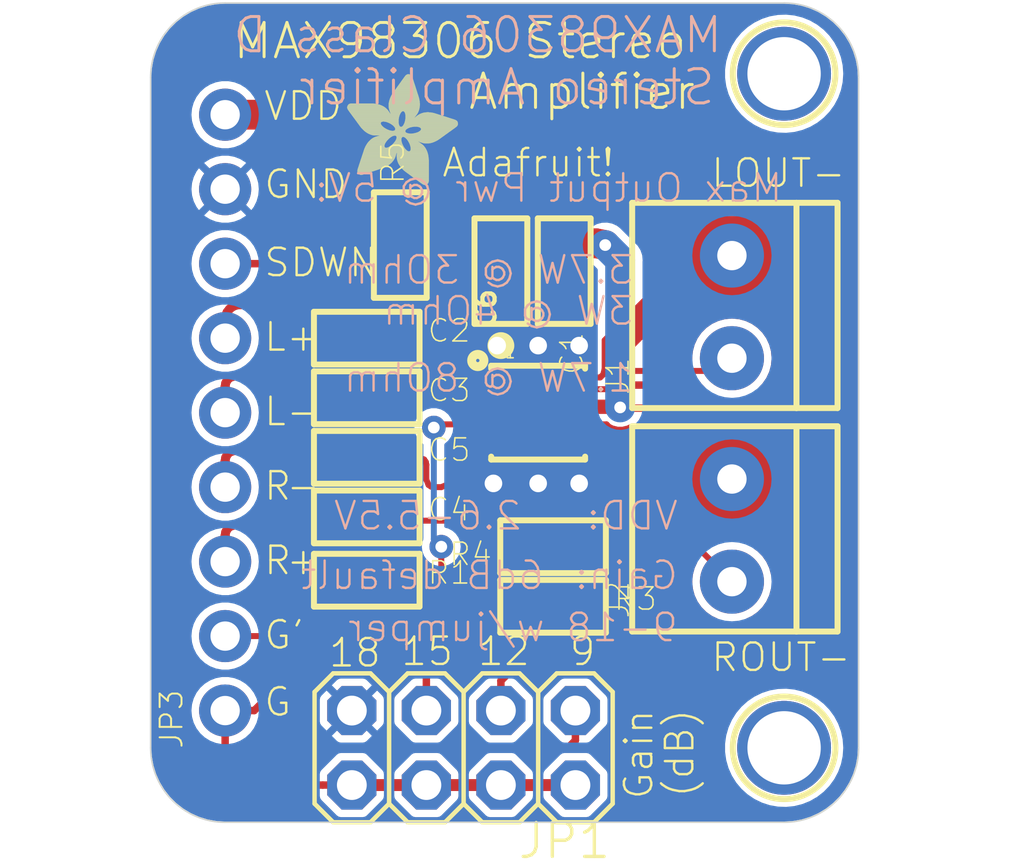
<source format=kicad_pcb>
(kicad_pcb (version 20221018) (generator pcbnew)
  (layers (0 "F.Cu" signal) (31 "B.Cu" signal) (34 "B.Paste" user) (35 "F.Paste" user) (36 "B.SilkS" user "B.Silkscreen") (37 "F.SilkS" user "F.Silkscreen") (38 "B.Mask" user) (39 "F.Mask" user) (44 "Edge.Cuts" user))
  (net 0 "")
  (net 1 "VDD")
  (net 2 "GND")
  (net 3 "GAIN2")
  (net 4 "GAIN1")
  (net 5 "N$1")
  (net 6 "N$3")
  (net 7 "N$2")
  (net 8 "N$4")
  (net 9 "N$5")
  (net 10 "N$6")
  (net 11 "IN_LEFT+")
  (net 12 "IN_LEFT-")
  (net 13 "IN_RIGHT+")
  (net 14 "IN_RIGHT-")
  (net 15 "SHUTDOWN")
  (net 16 "N$12")
  (net 17 "LOUT-")
  (net 18 "ROUT+")
  (net 19 "N$15")
  (footprint "working:MOUNTINGHOLE_2.5_PLATED" (layer "F.Cu") (at 158.0261 93.4466)
    (fp_text reference "U$7" hide)
    (fp_text value "MOUNTINGHOLE2.5" hide)
    (pad "P$1" thru_hole circle (at 0 0) (size 3.2 3.2) (drill 2.5) (layers "*.Cu" "*.Mask"))
    (zone (net 0) (net_name "") (layer "F.Cu") (connect_pads (clearance 0)) (min_thickness 0.25)
      (keepout (tracks not_allowed) (vias not_allowed) (pads not_allowed) (copperpour not_allowed) (footprints allowed))
      (fill (thermal_gap 0.5) (thermal_bridge_width 0.5))
      (polygon (pts (xy 160.0421 93.4466) (xy 160.02248 93.166027) (xy 159.964004 92.890915) (xy 159.867808 92.626619) (xy 159.735765 92.378283) (xy 159.570446 92.15074) (xy 159.375067 91.94842) (xy 159.153433 91.77526) (xy 158.909856 91.634631) (xy 158.649078 91.52927) (xy 158.376175 91.461228) (xy 158.096457 91.431828) (xy 157.815371 91.441644) (xy 157.538385 91.490484) (xy 157.270893 91.577397) (xy 157.0181 91.700693) (xy 156.784926 91.85797) (xy 156.575911 92.046169) (xy 156.395122 92.261625) (xy 156.246078 92.500145) (xy 156.13168 92.757087) (xy 156.054154 93.02745) (xy 156.015011 93.305971) (xy 156.015011 93.587229) (xy 156.054154 93.86575) (xy 156.13168 94.136113) (xy 156.246078 94.393055) (xy 156.395122 94.631575) (xy 156.575911 94.847031) (xy 156.784926 95.03523) (xy 157.0181 95.192507) (xy 157.270893 95.315803) (xy 157.538385 95.402716) (xy 157.815371 95.451556) (xy 158.096457 95.461372) (xy 158.376175 95.431972) (xy 158.649078 95.36393) (xy 158.909856 95.258569) (xy 159.153433 95.11794) (xy 159.375067 94.94478) (xy 159.570446 94.74246) (xy 159.735765 94.514917) (xy 159.867808 94.266581) (xy 159.964004 94.002285) (xy 160.02248 93.727173)))
      (polygon (pts (xy 158.0101 93.4466) (xy 158.014786 93.457914) (xy 158.0261 93.4626) (xy 158.037414 93.457914) (xy 158.0421 93.4466) (xy 158.037414 93.435286) (xy 158.0261 93.4306) (xy 158.014786 93.435286)))
    )
    (zone (net 0) (net_name "") (layer "B.Cu") (connect_pads (clearance 0)) (min_thickness 0.25)
      (keepout (tracks not_allowed) (vias not_allowed) (pads not_allowed) (copperpour not_allowed) (footprints allowed))
      (fill (thermal_gap 0.5) (thermal_bridge_width 0.5))
      (polygon (pts (xy 160.0421 93.4466) (xy 160.02248 93.166027) (xy 159.964004 92.890915) (xy 159.867808 92.626619) (xy 159.735765 92.378283) (xy 159.570446 92.15074) (xy 159.375067 91.94842) (xy 159.153433 91.77526) (xy 158.909856 91.634631) (xy 158.649078 91.52927) (xy 158.376175 91.461228) (xy 158.096457 91.431828) (xy 157.815371 91.441644) (xy 157.538385 91.490484) (xy 157.270893 91.577397) (xy 157.0181 91.700693) (xy 156.784926 91.85797) (xy 156.575911 92.046169) (xy 156.395122 92.261625) (xy 156.246078 92.500145) (xy 156.13168 92.757087) (xy 156.054154 93.02745) (xy 156.015011 93.305971) (xy 156.015011 93.587229) (xy 156.054154 93.86575) (xy 156.13168 94.136113) (xy 156.246078 94.393055) (xy 156.395122 94.631575) (xy 156.575911 94.847031) (xy 156.784926 95.03523) (xy 157.0181 95.192507) (xy 157.270893 95.315803) (xy 157.538385 95.402716) (xy 157.815371 95.451556) (xy 158.096457 95.461372) (xy 158.376175 95.431972) (xy 158.649078 95.36393) (xy 158.909856 95.258569) (xy 159.153433 95.11794) (xy 159.375067 94.94478) (xy 159.570446 94.74246) (xy 159.735765 94.514917) (xy 159.867808 94.266581) (xy 159.964004 94.002285) (xy 160.02248 93.727173)))
      (polygon (pts (xy 158.0101 93.4466) (xy 158.014786 93.457914) (xy 158.0261 93.4626) (xy 158.037414 93.457914) (xy 158.0421 93.4466) (xy 158.037414 93.435286) (xy 158.0261 93.4306) (xy 158.014786 93.435286)))
    )
  )
  (footprint "working:0805" (layer "F.Cu") (at 143.8021 104.4956)
    (fp_text reference "C3" (at 2.032 -0.254) (layer "F.SilkS") (effects (font (size 0.75948 0.75948) (thickness 0.05332)) (justify left)))
    (fp_text value "1µF")
    (pad "1" smd roundrect (at -0.95 0) (size 1.3 1.5) (layers "F.Cu" "F.Paste" "F.Mask") (roundrect_rratio 0.07815384615) (net 12 "IN_LEFT-"))
    (pad "2" smd roundrect (at 0.95 0) (size 1.3 1.5) (layers "F.Cu" "F.Paste" "F.Mask") (roundrect_rratio 0.07815384615) (net 8 "N$4"))
  )
  (footprint "working:2X04" (layer "F.Cu") (at 147.1041 116.4336 180)
    (fp_text reference "JP1" (at -5.08 -3.175) (layer "F.SilkS") (effects (font (size 1.1557 1.1557) (thickness 0.1143)) (justify right)))
    (fp_text value "")
    (pad "1" thru_hole roundrect (at -3.81 1.27 180) (size 1.6764 1.6764) (drill 1.016) (layers "*.Cu" "*.Mask") (chamfer_ratio 0.2928932188) (chamfer top_left top_right bottom_left bottom_right) (net 5 "N$1"))
    (pad "2" thru_hole roundrect (at -3.81 -1.27 180) (size 1.6764 1.6764) (drill 1.016) (layers "*.Cu" "*.Mask") (chamfer_ratio 0.2928932188) (chamfer top_left top_right bottom_left bottom_right) (net 4 "GAIN1"))
    (pad "3" thru_hole roundrect (at -1.27 1.27 180) (size 1.6764 1.6764) (drill 1.016) (layers "*.Cu" "*.Mask") (chamfer_ratio 0.2928932188) (chamfer top_left top_right bottom_left bottom_right) (net 1 "VDD"))
    (pad "4" thru_hole roundrect (at -1.27 -1.27 180) (size 1.6764 1.6764) (drill 1.016) (layers "*.Cu" "*.Mask") (chamfer_ratio 0.2928932188) (chamfer top_left top_right bottom_left bottom_right) (net 4 "GAIN1"))
    (pad "5" thru_hole roundrect (at 1.27 1.27 180) (size 1.6764 1.6764) (drill 1.016) (layers "*.Cu" "*.Mask") (chamfer_ratio 0.2928932188) (chamfer top_left top_right bottom_left bottom_right) (net 6 "N$3"))
    (pad "6" thru_hole roundrect (at 1.27 -1.27 180) (size 1.6764 1.6764) (drill 1.016) (layers "*.Cu" "*.Mask") (chamfer_ratio 0.2928932188) (chamfer top_left top_right bottom_left bottom_right) (net 4 "GAIN1"))
    (pad "7" thru_hole roundrect (at 3.81 1.27 180) (size 1.6764 1.6764) (drill 1.016) (layers "*.Cu" "*.Mask") (chamfer_ratio 0.2928932188) (chamfer top_left top_right bottom_left bottom_right) (net 2 "GND"))
    (pad "8" thru_hole roundrect (at 3.81 -1.27 180) (size 1.6764 1.6764) (drill 1.016) (layers "*.Cu" "*.Mask") (chamfer_ratio 0.2928932188) (chamfer top_left top_right bottom_left bottom_right) (net 4 "GAIN1"))
  )
  (footprint "working:0805" (layer "F.Cu") (at 143.8021 102.4636)
    (fp_text reference "C2" (at 2.032 -0.254) (layer "F.SilkS") (effects (font (size 0.75948 0.75948) (thickness 0.05332)) (justify left)))
    (fp_text value "1µF")
    (pad "1" smd roundrect (at -0.95 0) (size 1.3 1.5) (layers "F.Cu" "F.Paste" "F.Mask") (roundrect_rratio 0.07815384615) (net 11 "IN_LEFT+"))
    (pad "2" smd roundrect (at 0.95 0) (size 1.3 1.5) (layers "F.Cu" "F.Paste" "F.Mask") (roundrect_rratio 0.07815384615) (net 7 "N$2"))
  )
  (footprint "working:ADAFRUIT_3.5MM" (layer "F.Cu") (at 143.1163 97.2566)
    (fp_text reference "U$10" hide)
    (fp_text value "" hide)
  )
  (footprint "working:0805" (layer "F.Cu") (at 144.9451 99.2886 90)
    (fp_text reference "R5" (at 2.032 -0.254 90) (layer "F.SilkS") (effects (font (size 0.75948 0.75948) (thickness 0.05332)) (justify left)))
    (fp_text value "10K")
    (pad "1" smd roundrect (at -0.95 0 90) (size 1.3 1.5) (layers "F.Cu" "F.Paste" "F.Mask") (roundrect_rratio 0.07815384615) (net 15 "SHUTDOWN"))
    (pad "2" smd roundrect (at 0.95 0 90) (size 1.3 1.5) (layers "F.Cu" "F.Paste" "F.Mask") (roundrect_rratio 0.07815384615) (net 1 "VDD"))
  )
  (footprint "working:0805" (layer "F.Cu") (at 150.1521 109.5756 180)
    (fp_text reference "R4" (at 2.032 -0.254) (layer "F.SilkS") (effects (font (size 0.75948 0.75948) (thickness 0.05332)) (justify right)))
    (fp_text value "100K")
    (pad "1" smd roundrect (at -0.95 0 180) (size 1.3 1.5) (layers "F.Cu" "F.Paste" "F.Mask") (roundrect_rratio 0.07815384615) (net 2 "GND"))
    (pad "2" smd roundrect (at 0.95 0 180) (size 1.3 1.5) (layers "F.Cu" "F.Paste" "F.Mask") (roundrect_rratio 0.07815384615) (net 6 "N$3"))
  )
  (footprint "working:MOUNTINGHOLE_2.5_PLATED" (layer "F.Cu") (at 158.0261 116.4336)
    (fp_text reference "U$6" hide)
    (fp_text value "MOUNTINGHOLE2.5" hide)
    (pad "P$1" thru_hole circle (at 0 0) (size 3.2 3.2) (drill 2.5) (layers "*.Cu" "*.Mask"))
    (zone (net 0) (net_name "") (layer "F.Cu") (connect_pads (clearance 0)) (min_thickness 0.25)
      (keepout (tracks not_allowed) (vias not_allowed) (pads not_allowed) (copperpour not_allowed) (footprints allowed))
      (fill (thermal_gap 0.5) (thermal_bridge_width 0.5))
      (polygon (pts (xy 160.0421 116.4336) (xy 160.02248 116.153027) (xy 159.964004 115.877915) (xy 159.867808 115.613619) (xy 159.735765 115.365283) (xy 159.570446 115.13774) (xy 159.375067 114.93542) (xy 159.153433 114.76226) (xy 158.909856 114.621631) (xy 158.649078 114.51627) (xy 158.376175 114.448228) (xy 158.096457 114.418828) (xy 157.815371 114.428644) (xy 157.538385 114.477484) (xy 157.270893 114.564397) (xy 157.0181 114.687693) (xy 156.784926 114.84497) (xy 156.575911 115.033169) (xy 156.395122 115.248625) (xy 156.246078 115.487145) (xy 156.13168 115.744087) (xy 156.054154 116.01445) (xy 156.015011 116.292971) (xy 156.015011 116.574229) (xy 156.054154 116.85275) (xy 156.13168 117.123113) (xy 156.246078 117.380055) (xy 156.395122 117.618575) (xy 156.575911 117.834031) (xy 156.784926 118.02223) (xy 157.0181 118.179507) (xy 157.270893 118.302803) (xy 157.538385 118.389716) (xy 157.815371 118.438556) (xy 158.096457 118.448372) (xy 158.376175 118.418972) (xy 158.649078 118.35093) (xy 158.909856 118.245569) (xy 159.153433 118.10494) (xy 159.375067 117.93178) (xy 159.570446 117.72946) (xy 159.735765 117.501917) (xy 159.867808 117.253581) (xy 159.964004 116.989285) (xy 160.02248 116.714173)))
      (polygon (pts (xy 158.0101 116.4336) (xy 158.014786 116.444914) (xy 158.0261 116.4496) (xy 158.037414 116.444914) (xy 158.0421 116.4336) (xy 158.037414 116.422286) (xy 158.0261 116.4176) (xy 158.014786 116.422286)))
    )
    (zone (net 0) (net_name "") (layer "B.Cu") (connect_pads (clearance 0)) (min_thickness 0.25)
      (keepout (tracks not_allowed) (vias not_allowed) (pads not_allowed) (copperpour not_allowed) (footprints allowed))
      (fill (thermal_gap 0.5) (thermal_bridge_width 0.5))
      (polygon (pts (xy 160.0421 116.4336) (xy 160.02248 116.153027) (xy 159.964004 115.877915) (xy 159.867808 115.613619) (xy 159.735765 115.365283) (xy 159.570446 115.13774) (xy 159.375067 114.93542) (xy 159.153433 114.76226) (xy 158.909856 114.621631) (xy 158.649078 114.51627) (xy 158.376175 114.448228) (xy 158.096457 114.418828) (xy 157.815371 114.428644) (xy 157.538385 114.477484) (xy 157.270893 114.564397) (xy 157.0181 114.687693) (xy 156.784926 114.84497) (xy 156.575911 115.033169) (xy 156.395122 115.248625) (xy 156.246078 115.487145) (xy 156.13168 115.744087) (xy 156.054154 116.01445) (xy 156.015011 116.292971) (xy 156.015011 116.574229) (xy 156.054154 116.85275) (xy 156.13168 117.123113) (xy 156.246078 117.380055) (xy 156.395122 117.618575) (xy 156.575911 117.834031) (xy 156.784926 118.02223) (xy 157.0181 118.179507) (xy 157.270893 118.302803) (xy 157.538385 118.389716) (xy 157.815371 118.438556) (xy 158.096457 118.448372) (xy 158.376175 118.418972) (xy 158.649078 118.35093) (xy 158.909856 118.245569) (xy 159.153433 118.10494) (xy 159.375067 117.93178) (xy 159.570446 117.72946) (xy 159.735765 117.501917) (xy 159.867808 117.253581) (xy 159.964004 116.989285) (xy 160.02248 116.714173)))
      (polygon (pts (xy 158.0101 116.4336) (xy 158.014786 116.444914) (xy 158.0261 116.4496) (xy 158.037414 116.444914) (xy 158.0421 116.4336) (xy 158.037414 116.422286) (xy 158.0261 116.4176) (xy 158.014786 116.422286)))
    )
  )
  (footprint "working:FIDUCIAL_1MM" (layer "F.Cu") (at 153.4033 113.6904)
    (fp_text reference "FID2" hide)
    (fp_text value "FIDUCIAL\"\"" hide)
    (pad "1" smd roundrect (at 0 0) (size 1 1) (layers "F.Cu") (roundrect_rratio 0.5))
  )
  (footprint "working:TERMBLOCK_1X2-3.5MM" (layer "F.Cu") (at 156.2481 101.4476 90)
    (fp_text reference "J1" (at -3 -3.89 90) (layer "F.SilkS") (effects (font (size 0.75948 0.75948) (thickness 0.05332)) (justify left)))
    (fp_text value "OUTL" hide)
    (pad "1" thru_hole circle (at 1.8 0 90) (size 2.1844 2.1844) (drill 1) (layers "*.Cu" "*.Mask") (net 17 "LOUT-"))
    (pad "2" thru_hole circle (at -1.7 0 90) (size 2.1844 2.1844) (drill 1) (layers "*.Cu" "*.Mask") (net 16 "N$12"))
  )
  (footprint "working:0805" (layer "F.Cu") (at 148.3741 100.1776 -90)
    (fp_text reference "C6" (at 2.032 0.127 -90) (layer "F.SilkS") (effects (font (size 0.666496 0.666496) (thickness 0.146304)) (justify left bottom)))
    (fp_text value "10µF")
    (pad "1" smd roundrect (at -0.95 0 270) (size 1.3 1.5) (layers "F.Cu" "F.Paste" "F.Mask") (roundrect_rratio 0.07815384615) (net 1 "VDD"))
    (pad "2" smd roundrect (at 0.95 0 270) (size 1.3 1.5) (layers "F.Cu" "F.Paste" "F.Mask") (roundrect_rratio 0.07815384615) (net 2 "GND"))
  )
  (footprint "working:0805" (layer "F.Cu") (at 143.8021 108.5596)
    (fp_text reference "C4" (at 2.032 -0.254) (layer "F.SilkS") (effects (font (size 0.75948 0.75948) (thickness 0.05332)) (justify left)))
    (fp_text value "1µF")
    (pad "1" smd roundrect (at -0.95 0) (size 1.3 1.5) (layers "F.Cu" "F.Paste" "F.Mask") (roundrect_rratio 0.07815384615) (net 13 "IN_RIGHT+"))
    (pad "2" smd roundrect (at 0.95 0) (size 1.3 1.5) (layers "F.Cu" "F.Paste" "F.Mask") (roundrect_rratio 0.07815384615) (net 9 "N$5"))
  )
  (footprint "working:TDFN14_3X3MM" (layer "F.Cu") (at 149.6441 105.0036)
    (fp_text reference "U1" (at -1.524 -2.032) (layer "F.SilkS") (effects (font (size 0.35308 0.35308) (thickness 0.05332)) (justify left)))
    (fp_text value "MAX98306ETD+T")
    (pad "P$1" smd roundrect (at -1.475 -1.2) (size 0.7 0.2) (layers "F.Cu") (roundrect_rratio 0.5) (net 2 "GND"))
    (pad "P$2" smd roundrect (at -1.475 -0.8) (size 0.7 0.2) (layers "F.Cu") (roundrect_rratio 0.5) (net 15 "SHUTDOWN"))
    (pad "P$3" smd roundrect (at -1.475 -0.4) (size 0.7 0.2) (layers "F.Cu") (roundrect_rratio 0.5) (net 7 "N$2"))
    (pad "P$4" smd roundrect (at -1.475 0) (size 0.7 0.2) (layers "F.Cu") (roundrect_rratio 0.5) (net 8 "N$4"))
    (pad "P$5" smd roundrect (at -1.475 0.4) (size 0.7 0.2) (layers "F.Cu") (roundrect_rratio 0.5) (net 4 "GAIN1"))
    (pad "P$6" smd roundrect (at -1.475 0.8) (size 0.7 0.2) (layers "F.Cu") (roundrect_rratio 0.5) (net 10 "N$6"))
    (pad "P$7" smd roundrect (at -1.475 1.2) (size 0.7 0.2) (layers "F.Cu") (roundrect_rratio 0.5) (net 9 "N$5"))
    (pad "P$8" smd roundrect (at 1.475 1.2) (size 0.7 0.2) (layers "F.Cu") (roundrect_rratio 0.5) (net 2 "GND"))
    (pad "P$9" smd roundrect (at 1.475 0.8) (size 0.7 0.2) (layers "F.Cu") (roundrect_rratio 0.5) (net 19 "N$15"))
    (pad "P$10" smd roundrect (at 1.475 0.4) (size 0.7 0.2) (layers "F.Cu") (roundrect_rratio 0.5) (net 18 "ROUT+"))
    (pad "P$11" smd roundrect (at 1.475 0) (size 0.7 0.2) (layers "F.Cu") (roundrect_rratio 0.5) (net 1 "VDD"))
    (pad "P$12" smd roundrect (at 1.475 -0.4) (size 0.7 0.2) (layers "F.Cu") (roundrect_rratio 0.5) (net 1 "VDD"))
    (pad "P$13" smd roundrect (at 1.475 -0.8) (size 0.7 0.2) (layers "F.Cu") (roundrect_rratio 0.5) (net 16 "N$12"))
    (pad "P$14" smd roundrect (at 1.475 -1.2) (size 0.7 0.2) (layers "F.Cu") (roundrect_rratio 0.5) (net 17 "LOUT-"))
    (pad "P$THERMAL" smd roundrect (at 0 0) (size 1.27 2.35) (layers "F.Cu" "F.Mask") (roundrect_rratio 0.08) (net 2 "GND"))
  )
  (footprint "working:TERMBLOCK_1X2-3.5MM" (layer "F.Cu") (at 156.2481 109.0676 90)
    (fp_text reference "J2" (at -3 -3.89 90) (layer "F.SilkS") (effects (font (size 0.75948 0.75948) (thickness 0.05332)) (justify left)))
    (fp_text value "OUTR" hide)
    (pad "1" thru_hole circle (at 1.8 0 90) (size 2.1844 2.1844) (drill 1) (layers "*.Cu" "*.Mask") (net 18 "ROUT+"))
    (pad "2" thru_hole circle (at -1.7 0 90) (size 2.1844 2.1844) (drill 1) (layers "*.Cu" "*.Mask") (net 19 "N$15"))
  )
  (footprint "working:0805" (layer "F.Cu") (at 150.1521 111.6076)
    (fp_text reference "R3" (at 2.032 -0.254) (layer "F.SilkS") (effects (font (size 0.75948 0.75948) (thickness 0.05332)) (justify left)))
    (fp_text value "100K")
    (pad "1" smd roundrect (at -0.95 0) (size 1.3 1.5) (layers "F.Cu" "F.Paste" "F.Mask") (roundrect_rratio 0.07815384615) (net 5 "N$1"))
    (pad "2" smd roundrect (at 0.95 0) (size 1.3 1.5) (layers "F.Cu" "F.Paste" "F.Mask") (roundrect_rratio 0.07815384615) (net 1 "VDD"))
  )
  (footprint "working:FIDUCIAL_1MM" (layer "F.Cu") (at 138.0363 92.8116)
    (fp_text reference "FID1" hide)
    (fp_text value "FIDUCIAL\"\"" hide)
    (pad "1" smd roundrect (at 0 0) (size 1 1) (layers "F.Cu") (roundrect_rratio 0.5))
  )
  (footprint "working:1X09_ROUND_70" (layer "F.Cu") (at 138.9761 105.0036 90)
    (fp_text reference "JP3" (at -11.5062 -1.8288 90) (layer "F.SilkS") (effects (font (size 0.74615 0.74615) (thickness 0.06665)) (justify left)))
    (fp_text value "")
    (pad "1" thru_hole circle (at -10.16 0 180) (size 1.778 1.778) (drill 1) (layers "*.Cu" "*.Mask") (net 4 "GAIN1"))
    (pad "2" thru_hole circle (at -7.62 0 180) (size 1.778 1.778) (drill 1) (layers "*.Cu" "*.Mask") (net 3 "GAIN2"))
    (pad "3" thru_hole circle (at -5.08 0 180) (size 1.778 1.778) (drill 1) (layers "*.Cu" "*.Mask") (net 13 "IN_RIGHT+"))
    (pad "4" thru_hole circle (at -2.54 0 180) (size 1.778 1.778) (drill 1) (layers "*.Cu" "*.Mask") (net 14 "IN_RIGHT-"))
    (pad "5" thru_hole circle (at 0 0 180) (size 1.778 1.778) (drill 1) (layers "*.Cu" "*.Mask") (net 12 "IN_LEFT-"))
    (pad "6" thru_hole circle (at 2.54 0 180) (size 1.778 1.778) (drill 1) (layers "*.Cu" "*.Mask") (net 11 "IN_LEFT+"))
    (pad "7" thru_hole circle (at 5.08 0 180) (size 1.778 1.778) (drill 1) (layers "*.Cu" "*.Mask") (net 15 "SHUTDOWN"))
    (pad "8" thru_hole circle (at 7.62 0 180) (size 1.778 1.778) (drill 1) (layers "*.Cu" "*.Mask") (net 2 "GND"))
    (pad "9" thru_hole circle (at 10.16 0 180) (size 1.778 1.778) (drill 1) (layers "*.Cu" "*.Mask") (net 1 "VDD"))
  )
  (footprint "working:0805" (layer "F.Cu") (at 150.5331 100.1776 -90)
    (fp_text reference "C1" (at 2.032 -0.254 90) (layer "F.SilkS") (effects (font (size 0.75948 0.75948) (thickness 0.05332)) (justify right)))
    (fp_text value "0.1µF")
    (pad "1" smd roundrect (at -0.95 0 270) (size 1.3 1.5) (layers "F.Cu" "F.Paste" "F.Mask") (roundrect_rratio 0.07815384615) (net 1 "VDD"))
    (pad "2" smd roundrect (at 0.95 0 270) (size 1.3 1.5) (layers "F.Cu" "F.Paste" "F.Mask") (roundrect_rratio 0.07815384615) (net 2 "GND"))
  )
  (footprint "working:0805" (layer "F.Cu") (at 143.8021 106.5276)
    (fp_text reference "C5" (at 2.032 -0.254) (layer "F.SilkS") (effects (font (size 0.75948 0.75948) (thickness 0.05332)) (justify left)))
    (fp_text value "1µF")
    (pad "1" smd roundrect (at -0.95 0) (size 1.3 1.5) (layers "F.Cu" "F.Paste" "F.Mask") (roundrect_rratio 0.07815384615) (net 14 "IN_RIGHT-"))
    (pad "2" smd roundrect (at 0.95 0) (size 1.3 1.5) (layers "F.Cu" "F.Paste" "F.Mask") (roundrect_rratio 0.07815384615) (net 10 "N$6"))
  )
  (footprint "working:0805" (layer "F.Cu") (at 143.8021 110.7186)
    (fp_text reference "R1" (at 2.032 -0.254) (layer "F.SilkS") (effects (font (size 0.75948 0.75948) (thickness 0.05332)) (justify left)))
    (fp_text value "100K")
    (pad "1" smd roundrect (at -0.95 0) (size 1.3 1.5) (layers "F.Cu" "F.Paste" "F.Mask") (roundrect_rratio 0.07815384615) (net 3 "GAIN2"))
    (pad "2" smd roundrect (at 0.95 0) (size 1.3 1.5) (layers "F.Cu" "F.Paste" "F.Mask") (roundrect_rratio 0.07815384615) (net 4 "GAIN1"))
  )
  (gr_circle (center 148.3741 102.7176) (end 148.6281 102.7176) (stroke (width 0.4064)) (fill none) (layer "F.SilkS"))
  (gr_line (start 160.5661 93.5736) (end 160.5661 116.4336) (stroke (width 0.05)) (layer "Edge.Cuts"))
  (gr_arc (start 160.5661 116.4336) (mid 159.822151 118.229651) (end 158.0261 118.9736) (stroke (width 0.05)) (layer "Edge.Cuts"))
  (gr_line (start 158.0261 118.9736) (end 138.9761 118.9736) (stroke (width 0.05)) (layer "Edge.Cuts"))
  (gr_line (start 138.9761 91.0336) (end 158.0261 91.0336) (stroke (width 0.05)) (layer "Edge.Cuts"))
  (gr_arc (start 138.9761 118.9736) (mid 137.180049 118.229651) (end 136.4361 116.4336) (stroke (width 0.05)) (layer "Edge.Cuts"))
  (gr_arc (start 136.4361 93.5736) (mid 137.180049 91.777549) (end 138.9761 91.0336) (stroke (width 0.05)) (layer "Edge.Cuts"))
  (gr_line (start 136.4361 116.4336) (end 136.4361 93.5736) (stroke (width 0.05)) (layer "Edge.Cuts"))
  (gr_arc (start 158.0261 91.0336) (mid 159.822151 91.777549) (end 160.5661 93.5736) (stroke (width 0.05)) (layer "Edge.Cuts"))
  (gr_text "1.7W @ 8Ohm" (at 152.9461 104.3686) (layer "B.SilkS") (effects (font (size 0.93472 0.93472) (thickness 0.08128)) (justify left bottom mirror)))
  (gr_text "6dB default" (at 149.8981 111.0996) (layer "B.SilkS") (effects (font (size 0.93472 0.93472) (thickness 0.08128)) (justify left bottom mirror)))
  (gr_text "9-18 w/jumper" (at 154.4701 112.8776) (layer "B.SilkS") (effects (font (size 0.93472 0.93472) (thickness 0.08128)) (justify left bottom mirror)))
  (gr_text "Max Output Pwr @ 5V:" (at 158.0261 97.8916) (layer "B.SilkS") (effects (font (size 0.93472 0.93472) (thickness 0.08128)) (justify left bottom mirror)))
  (gr_text "2.6-5.5V" (at 149.1361 109.0676) (layer "B.SilkS") (effects (font (size 0.93472 0.93472) (thickness 0.08128)) (justify left bottom mirror)))
  (gr_text "VDD:" (at 154.4701 109.0676) (layer "B.SilkS") (effects (font (size 0.93472 0.93472) (thickness 0.08128)) (justify left bottom mirror)))
  (gr_text "3W @ 4Ohm" (at 152.9461 102.0826) (layer "B.SilkS") (effects (font (size 0.93472 0.93472) (thickness 0.08128)) (justify left bottom mirror)))
  (gr_text "Gain:" (at 154.4701 111.0996) (layer "B.SilkS") (effects (font (size 0.93472 0.93472) (thickness 0.08128)) (justify left bottom mirror)))
  (gr_text "MAX98306 Class D" (at 155.9941 92.8116) (layer "B.SilkS") (effects (font (size 1.1684 1.1684) (thickness 0.1016)) (justify left bottom mirror)))
  (gr_text "Stereo Amplifier" (at 155.7401 94.5896) (layer "B.SilkS") (effects (font (size 1.1684 1.1684) (thickness 0.1016)) (justify left bottom mirror)))
  (gr_text "3.7W @ 3Ohm" (at 152.9461 100.6856) (layer "B.SilkS") (effects (font (size 0.93472 0.93472) (thickness 0.08128)) (justify left bottom mirror)))
  (gr_text "-" (at 141.0081 105.5116) (layer "F.SilkS") (effects (font (size 0.93472 0.93472) (thickness 0.08128)) (justify left bottom)))
  (gr_text "Gain" (at 153.6192 118.2497 90) (layer "F.SilkS") (effects (font (size 0.93472 0.93472) (thickness 0.08128)) (justify left bottom)))
  (gr_text "GND" (at 140.2461 97.7646) (layer "F.SilkS") (effects (font (size 0.93472 0.93472) (thickness 0.08128)) (justify left bottom)))
  (gr_text "VDD" (at 140.2461 95.0976) (layer "F.SilkS") (effects (font (size 0.93472 0.93472) (thickness 0.08128)) (justify left bottom)))
  (gr_text "15" (at 144.9197 113.6904) (layer "F.SilkS") (effects (font (size 0.93472 0.93472) (thickness 0.08128)) (justify left bottom)))
  (gr_text "9" (at 150.6601 113.6904) (layer "F.SilkS") (effects (font (size 0.93472 0.93472) (thickness 0.08128)) (justify left bottom)))
  (gr_text "-" (at 141.0081 108.0516) (layer "F.SilkS") (effects (font (size 0.93472 0.93472) (thickness 0.08128)) (justify left bottom)))
  (gr_text "+" (at 141.0081 102.9716) (layer "F.SilkS") (effects (font (size 0.93472 0.93472) (thickness 0.08128)) (justify left bottom)))
  (gr_text "R" (at 140.2461 110.5916) (layer "F.SilkS") (effects (font (size 0.93472 0.93472) (thickness 0.08128)) (justify left bottom)))
  (gr_text "12" (at 147.5359 113.6904) (layer "F.SilkS") (effects (font (size 0.93472 0.93472) (thickness 0.08128)) (justify left bottom)))
  (gr_text "ROUT-" (at 155.4861 113.8936) (layer "F.SilkS") (effects (font (size 0.93472 0.93472) (thickness 0.08128)) (justify left bottom)))
  (gr_text "MAX98306 Stereo" (at 139.1793 93.0148) (layer "F.SilkS") (effects (font (size 1.1684 1.1684) (thickness 0.1016)) (justify left bottom)))
  (gr_text "L" (at 140.2461 105.5116) (layer "F.SilkS") (effects (font (size 0.93472 0.93472) (thickness 0.08128)) (justify left bottom)))
  (gr_text "18" (at 142.4559 113.7412) (layer "F.SilkS") (effects (font (size 0.93472 0.93472) (thickness 0.08128)) (justify left bottom)))
  (gr_text "(dB)" (at 155.0162 118.1862 90) (layer "F.SilkS") (effects (font (size 0.93472 0.93472) (thickness 0.08128)) (justify left bottom)))
  (gr_text "L" (at 140.2461 102.9716) (layer "F.SilkS") (effects (font (size 0.93472 0.93472) (thickness 0.08128)) (justify left bottom)))
  (gr_text "LOUT-" (at 155.4861 97.3836) (layer "F.SilkS") (effects (font (size 0.93472 0.93472) (thickness 0.08128)) (justify left bottom)))
  (gr_text "R" (at 140.2461 108.0516) (layer "F.SilkS") (effects (font (size 0.93472 0.93472) (thickness 0.08128)) (justify left bottom)))
  (gr_text "Adafruit!" (at 146.3167 97.028) (layer "F.SilkS") (effects (font (size 0.93472 0.93472) (thickness 0.08128)) (justify left bottom)))
  (gr_text "G" (at 140.2461 115.4176) (layer "F.SilkS") (effects (font (size 0.93472 0.93472) (thickness 0.08128)) (justify left bottom)))
  (gr_text "Amplifier" (at 147.2057 94.742) (layer "F.SilkS") (effects (font (size 1.1684 1.1684) (thickness 0.1016)) (justify left bottom)))
  (gr_text "G'" (at 140.2461 113.1316) (layer "F.SilkS") (effects (font (size 0.93472 0.93472) (thickness 0.08128)) (justify left bottom)))
  (gr_text "SDWN" (at 140.2461 100.4316) (layer "F.SilkS") (effects (font (size 0.93472 0.93472) (thickness 0.08128)) (justify left bottom)))
  (gr_text "+" (at 141.0081 110.5916) (layer "F.SilkS") (effects (font (size 0.93472 0.93472) (thickness 0.08128)) (justify left bottom)))
  (segment (start 148.8821 113.6396) (end 148.3741 114.1476) (width 0.254) (layer "F.Cu") (net 1))
  (segment (start 152.5143 104.902) (end 152.4381 104.8258) (width 0.2032) (layer "F.Cu") (net 1))
  (segment (start 151.1021 112.9436) (end 150.4061 113.6396) (width 0.254) (layer "F.Cu") (net 1))
  (segment (start 148.3741 114.1476) (end 148.3741 115.1636) (width 0.254) (layer "F.Cu") (net 1))
  (segment (start 155.3591 113.5126) (end 159.2199 113.5126) (width 0.254) (layer "F.Cu") (net 1))
  (segment (start 148.3741 99.2276) (end 150.5331 99.2276) (width 1.016) (layer "F.Cu") (net 1))
  (segment (start 151.1021 111.6076) (end 151.1021 112.9436) (width 0.254) (layer "F.Cu") (net 1))
  (segment (start 159.8041 105.41) (end 159.2453 104.8512) (width 0.254) (layer "F.Cu") (net 1))
  (segment (start 148.3741 98.9076) (end 147.8026 98.3361) (width 1.016) (layer "F.Cu") (net 1))
  (segment (start 159.8041 112.9284) (end 159.8041 105.41) (width 0.254) (layer "F.Cu") (net 1))
  (segment (start 152.4635 104.8512) (end 152.4381 104.8258) (width 0.254) (layer "F.Cu") (net 1))
  (segment (start 150.4061 113.6396) (end 148.8821 113.6396) (width 0.254) (layer "F.Cu") (net 1))
  (segment (start 151.9301 99.2886) (end 151.6101 99.2276) (width 1.016) (layer "F.Cu") (net 1))
  (segment (start 147.8026 98.3361) (end 144.3101 94.8436) (width 1.016) (layer "F.Cu") (net 1))
  (segment (start 151.6101 99.2276) (end 150.5331 99.2276) (width 1.016) (layer "F.Cu") (net 1))
  (segment (start 159.2199 113.5126) (end 159.8041 112.9284) (width 0.254) (layer "F.Cu") (net 1))
  (segment (start 138.9761 94.8436) (end 144.3101 94.8436) (width 1.016) (layer "F.Cu") (net 1))
  (segment (start 159.2453 104.8512) (end 152.4635 104.8512) (width 0.254) (layer "F.Cu") (net 1))
  (segment (start 151.1021 111.6076) (end 153.4541 111.6076) (width 0.254) (layer "F.Cu") (net 1))
  (segment (start 144.9451 98.3386) (end 144.9476 98.3361) (width 0.3048) (layer "F.Cu") (net 1))
  (segment (start 153.4541 111.6076) (end 155.3591 113.5126) (width 0.254) (layer "F.Cu") (net 1))
  (segment (start 148.3741 98.9076) (end 148.3741 99.2276) (width 1.016) (layer "F.Cu") (net 1))
  (segment (start 144.9476 98.3361) (end 147.8026 98.3361) (width 0.3048) (layer "F.Cu") (net 1))
  (via (at 151.9301 99.2886) (size 0.8064) (drill 0.4) (layers "F.Cu" "B.Cu") (net 1))
  (via (at 152.4381 104.8258) (size 0.8064) (drill 0.4) (layers "F.Cu" "B.Cu") (net 1))
  (segment (start 152.4381 104.8258) (end 152.4381 99.7966) (width 1.016) (layer "B.Cu") (net 1))
  (segment (start 152.4381 99.7966) (end 151.9301 99.2886) (width 1.016) (layer "B.Cu") (net 1))
  (segment (start 149.6695 103.5812) (end 149.6695 103.9622) (width 0.3048) (layer "F.Cu") (net 2))
  (segment (start 149.6695 103.5812) (end 149.7711 103.4796) (width 0.3048) (layer "F.Cu") (net 2))
  (segment (start 151.1191 106.2036) (end 150.3361 106.2036) (width 0.2032) (layer "F.Cu") (net 2))
  (segment (start 149.6441 104.4956) (end 149.6441 105.0036) (width 0.2032) (layer "F.Cu") (net 2))
  (segment (start 148.1691 103.8036) (end 148.9521 103.8036) (width 0.2032) (layer "F.Cu") (net 2))
  (segment (start 149.7711 101.1276) (end 150.5331 101.1276) (width 1.016) (layer "F.Cu") (net 2))
  (segment (start 150.3361 106.2036) (end 149.6441 105.5116) (width 0.2032) (layer "F.Cu") (net 2))
  (segment (start 148.3741 101.1276) (end 149.7711 101.1276) (width 1.016) (layer "F.Cu") (net 2))
  (segment (start 151.1021 109.5756) (end 151.0411 109.5146) (width 0.254) (layer "F.Cu") (net 2))
  (segment (start 149.3901 104.2416) (end 149.6441 104.4956) (width 0.2032) (layer "F.Cu") (net 2))
  (segment (start 149.7711 103.4796) (end 149.7711 101.1276) (width 0.3048) (layer "F.Cu") (net 2))
  (segment (start 148.9521 103.8036) (end 149.3901 104.2416) (width 0.2032) (layer "F.Cu") (net 2))
  (segment (start 149.6441 105.5116) (end 149.6441 105.0036) (width 0.2032) (layer "F.Cu") (net 2))
  (segment (start 149.6695 103.9622) (end 149.3901 104.2416) (width 0.3048) (layer "F.Cu") (net 2))
  (segment (start 151.0411 109.5146) (end 151.0411 107.4166) (width 0.254) (layer "F.Cu") (net 2))
  (via (at 148.2471 102.7176) (size 1.0064) (drill 0.6) (layers "F.Cu" "B.Cu") (net 2))
  (via (at 149.6441 107.4166) (size 1.0064) (drill 0.6) (layers "F.Cu" "B.Cu") (net 2))
  (via (at 149.6441 102.7176) (size 1.0064) (drill 0.6) (layers "F.Cu" "B.Cu") (net 2))
  (via (at 151.0411 107.4166) (size 1.0064) (drill 0.6) (layers "F.Cu" "B.Cu") (net 2))
  (via (at 151.0411 102.7176) (size 1.0064) (drill 0.6) (layers "F.Cu" "B.Cu") (net 2))
  (via (at 148.1201 107.4166) (size 1.0064) (drill 0.6) (layers "F.Cu" "B.Cu") (net 2))
  (segment (start 149.1361 108.2548) (end 149.0345 108.2548) (width 0.2032) (layer "B.Cu") (net 2))
  (segment (start 142.7251 110.5916) (end 142.8521 110.7186) (width 0.2032) (layer "F.Cu") (net 3))
  (segment (start 142.7251 110.8456) (end 142.8521 110.7186) (width 0.2032) (layer "F.Cu") (net 3))
  (segment (start 141.5161 110.8456) (end 141.7701 110.5916) (width 0.2032) (layer "F.Cu") (net 3))
  (segment (start 141.7701 110.5916) (end 142.7251 110.5916) (width 0.2032) (layer "F.Cu") (net 3))
  (segment (start 138.9761 112.6236) (end 141.2621 112.6236) (width 0.2032) (layer "F.Cu") (net 3))
  (segment (start 141.2621 112.6236) (end 141.5161 112.3696) (width 0.2032) (layer "F.Cu") (net 3))
  (segment (start 141.5161 112.3696) (end 141.5161 110.8456) (width 0.2032) (layer "F.Cu") (net 3))
  (segment (start 138.9761 115.1636) (end 139.9667 115.1636) (width 0.254) (layer "F.Cu") (net 4))
  (segment (start 145.9611 110.7186) (end 146.3421 110.3376) (width 0.2032) (layer "F.Cu") (net 4))
  (segment (start 144.7927 111.8108) (end 144.7927 110.7592) (width 0.254) (layer "F.Cu") (net 4))
  (segment (start 139.7381 117.7036) (end 138.9761 116.9416) (width 0.254) (layer "F.Cu") (net 4))
  (segment (start 139.9667 115.1636) (end 142.3035 112.8268) (width 0.254) (layer "F.Cu") (net 4))
  (segment (start 148.3741 117.7036) (end 145.8341 117.7036) (width 0.4064) (layer "F.Cu") (net 4))
  (segment (start 148.1691 105.4036) (end 146.1961 105.4036) (width 0.2032) (layer "F.Cu") (net 4))
  (segment (start 142.3035 112.8268) (end 142.9893 112.141) (width 0.254) (layer "F.Cu") (net 4))
  (segment (start 138.9761 116.9416) (end 138.9761 115.1636) (width 0.254) (layer "F.Cu") (net 4))
  (segment (start 146.3421 110.3376) (end 146.3421 109.5756) (width 0.2032) (layer "F.Cu") (net 4))
  (segment (start 144.7927 110.7592) (end 144.7521 110.7186) (width 0.254) (layer "F.Cu") (net 4))
  (segment (start 146.1961 105.4036) (end 146.0881 105.5116) (width 0.2032) (layer "F.Cu") (net 4))
  (segment (start 142.3035 117.7036) (end 139.7381 117.7036) (width 0.254) (layer "F.Cu") (net 4))
  (segment (start 144.4625 112.141) (end 144.7927 111.8108) (width 0.254) (layer "F.Cu") (net 4))
  (segment (start 142.9893 112.141) (end 144.4625 112.141) (width 0.254) (layer "F.Cu") (net 4))
  (segment (start 145.8341 117.7036) (end 143.2941 117.7036) (width 0.4064) (layer "F.Cu") (net 4))
  (segment (start 144.7521 110.7186) (end 145.9611 110.7186) (width 0.2032) (layer "F.Cu") (net 4))
  (segment (start 144.5641 110.5306) (end 144.7521 110.7186) (width 0.2032) (layer "F.Cu") (net 4))
  (segment (start 150.9141 117.7036) (end 148.3741 117.7036) (width 0.4064) (layer "F.Cu") (net 4))
  (segment (start 142.3035 117.7036) (end 143.2941 117.7036) (width 0.254) (layer "F.Cu") (net 4))
  (via (at 146.0881 105.5116) (size 0.8064) (drill 0.4) (layers "F.Cu" "B.Cu") (net 4))
  (via (at 146.3421 109.5756) (size 0.8064) (drill 0.4) (layers "F.Cu" "B.Cu") (net 4))
  (segment (start 146.0881 109.3216) (end 146.3421 109.5756) (width 0.2032) (layer "B.Cu") (net 4))
  (segment (start 146.0881 109.3216) (end 146.0881 105.5116) (width 0.2032) (layer "B.Cu") (net 4))
  (segment (start 147.8661 111.6076) (end 149.2021 111.6076) (width 0.254) (layer "F.Cu") (net 5))
  (segment (start 150.9141 115.1636) (end 150.9141 116.1796) (width 0.254) (layer "F.Cu") (net 5))
  (segment (start 150.6601 116.4336) (end 147.3581 116.4336) (width 0.254) (layer "F.Cu") (net 5))
  (segment (start 149.1361 111.6736) (end 149.2021 111.6076) (width 0.2032) (layer "F.Cu") (net 5))
  (segment (start 147.1041 116.1796) (end 147.1041 112.3696) (width 0.254) (layer "F.Cu") (net 5))
  (segment (start 147.3581 116.4336) (end 147.1041 116.1796) (width 0.254) (layer "F.Cu") (net 5))
  (segment (start 147.1041 112.3696) (end 147.8661 111.6076) (width 0.254) (layer "F.Cu") (net 5))
  (segment (start 150.9141 116.1796) (end 150.6601 116.4336) (width 0.254) (layer "F.Cu") (net 5))
  (segment (start 145.8341 115.1636) (end 145.8341 112.3696) (width 0.254) (layer "F.Cu") (net 6))
  (segment (start 148.6281 109.5756) (end 149.2021 109.5756) (width 0.254) (layer "F.Cu") (net 6))
  (segment (start 145.8341 112.3696) (end 148.6281 109.5756) (width 0.254) (layer "F.Cu") (net 6))
  (segment (start 146.4691 102.2096) (end 145.0061 102.2096) (width 0.2032) (layer "F.Cu") (net 7))
  (segment (start 147.2121 104.6036) (end 147.2121 104.6036) (width 0.2032) (layer "F.Cu") (net 7))
  (segment (start 146.777335 102.366654) (end 146.693046 102.282365) (width 0.2032) (layer "F.Cu") (net 7))
  (segment (start 146.8501 104.2416) (end 146.8501 102.5906) (width 0.2032) (layer "F.Cu") (net 7))
  (segment (start 144.908898 102.228935) (end 144.826495 102.283995) (width 0.2032) (layer "F.Cu") (net 7))
  (segment (start 146.919236 104.454378) (end 146.8501 104.2416) (width 0.2032) (layer "F.Cu") (net 7))
  (segment (start 146.999322 104.534464) (end 146.919236 104.454378) (width 0.2032) (layer "F.Cu") (net 7))
  (segment (start 148.1691 104.6036) (end 147.2121 104.6036) (width 0.2032) (layer "F.Cu") (net 7))
  (segment (start 147.2121 104.6036) (end 147.100236 104.585882) (width 0.2032) (layer "F.Cu") (net 7))
  (segment (start 144.826495 102.283995) (end 144.7521 102.4636) (width 0.2032) (layer "F.Cu") (net 7))
  (segment (start 146.831453 102.472865) (end 146.777335 102.366654) (width 0.2032) (layer "F.Cu") (net 7))
  (segment (start 146.8501 102.5906) (end 146.8501 102.5906) (width 0.2032) (layer "F.Cu") (net 7))
  (segment (start 147.100236 104.585882) (end 146.999322 104.534464) (width 0.2032) (layer "F.Cu") (net 7))
  (segment (start 146.693046 102.282365) (end 146.4691 102.2096) (width 0.2032) (layer "F.Cu") (net 7))
  (segment (start 145.0061 102.2096) (end 144.908898 102.228935) (width 0.2032) (layer "F.Cu") (net 7))
  (segment (start 145.0061 102.2096) (end 145.0061 102.2096) (width 0.2032) (layer "F.Cu") (net 7))
  (segment (start 146.8501 102.5906) (end 146.831453 102.472865) (width 0.2032) (layer "F.Cu") (net 7))
  (segment (start 146.8501 105.0036) (end 146.71862 104.98629) (width 0.2032) (layer "F.Cu") (net 8))
  (segment (start 145.5801 104.4956) (end 144.7521 104.4956) (width 0.2032) (layer "F.Cu") (net 8))
  (segment (start 146.8501 105.0036) (end 146.8501 105.0036) (width 0.2032) (layer "F.Cu") (net 8))
  (segment (start 146.3421 103.6066) (end 146.322765 103.509398) (width 0.2032) (layer "F.Cu") (net 8))
  (segment (start 146.322765 103.509398) (end 146.267705 103.426995) (width 0.2032) (layer "F.Cu") (net 8))
  (segment (start 146.410159 104.7496) (end 146.35941 104.62708) (width 0.2032) (layer "F.Cu") (net 8))
  (segment (start 145.908495 103.426995) (end 145.8341 103.6066) (width 0.2032) (layer "F.Cu") (net 8))
  (segment (start 146.3421 103.6066) (end 146.3421 103.6066) (width 0.2032) (layer "F.Cu") (net 8))
  (segment (start 145.8341 103.6066) (end 145.8341 104.2416) (width 0.2032) (layer "F.Cu") (net 8))
  (segment (start 146.267705 103.426995) (end 146.0881 103.3526) (width 0.2032) (layer "F.Cu") (net 8))
  (segment (start 145.814765 104.338802) (end 145.759705 104.421205) (width 0.2032) (layer "F.Cu") (net 8))
  (segment (start 146.0881 103.3526) (end 146.0881 103.3526) (width 0.2032) (layer "F.Cu") (net 8))
  (segment (start 148.1691 105.0036) (end 146.8501 105.0036) (width 0.2032) (layer "F.Cu") (net 8))
  (segment (start 146.5961 104.935541) (end 146.49089 104.85481) (width 0.2032) (layer "F.Cu") (net 8))
  (segment (start 146.71862 104.98629) (end 146.5961 104.935541) (width 0.2032) (layer "F.Cu") (net 8))
  (segment (start 146.35941 104.62708) (end 146.3421 104.4956) (width 0.2032) (layer "F.Cu") (net 8))
  (segment (start 145.990898 103.371935) (end 145.908495 103.426995) (width 0.2032) (layer "F.Cu") (net 8))
  (segment (start 145.759705 104.421205) (end 145.5801 104.4956) (width 0.2032) (layer "F.Cu") (net 8))
  (segment (start 146.0881 103.3526) (end 145.990898 103.371935) (width 0.2032) (layer "F.Cu") (net 8))
  (segment (start 146.49089 104.85481) (end 146.410159 104.7496) (width 0.2032) (layer "F.Cu") (net 8))
  (segment (start 145.8341 104.2416) (end 145.8341 104.2416) (width 0.2032) (layer "F.Cu") (net 8))
  (segment (start 146.3421 103.6066) (end 146.3421 104.4956) (width 0.2032) (layer "F.Cu") (net 8))
  (segment (start 145.8341 104.2416) (end 145.814765 104.338802) (width 0.2032) (layer "F.Cu") (net 8))
  (segment (start 147.304111 106.228263) (end 147.198997 106.298497) (width 0.2032) (layer "F.Cu") (net 9))
  (segment (start 144.769115 108.6231) (end 144.7521 108.5596) (width 0.2032) (layer "F.Cu") (net 9))
  (segment (start 147.198997 106.298497) (end 147.1041 106.5276) (width 0.2032) (layer "F.Cu") (net 9))
  (segment (start 147.085453 108.423335) (end 147.031335 108.529546) (width 0.2032) (layer "F.Cu") (net 9))
  (segment (start 147.031335 108.529546) (end 146.947046 108.613835) (width 0.2032) (layer "F.Cu") (net 9))
  (segment (start 144.8791 108.6866) (end 144.8156 108.669585) (width 0.2032) (layer "F.Cu") (net 9))
  (segment (start 147.1041 106.5276) (end 147.1041 108.3056) (width 0.2032) (layer "F.Cu") (net 9))
  (segment (start 147.4281 106.2036) (end 147.304111 106.228263) (width 0.2032) (layer "F.Cu") (net 9))
  (segment (start 146.947046 108.613835) (end 146.7231 108.6866) (width 0.2032) (layer "F.Cu") (net 9))
  (segment (start 144.8791 108.6866) (end 144.8791 108.6866) (width 0.2032) (layer "F.Cu") (net 9))
  (segment (start 144.8156 108.669585) (end 144.769115 108.6231) (width 0.2032) (layer "F.Cu") (net 9))
  (segment (start 146.7231 108.6866) (end 144.8791 108.6866) (width 0.2032) (layer "F.Cu") (net 9))
  (segment (start 147.1041 108.3056) (end 147.1041 108.3056) (width 0.2032) (layer "F.Cu") (net 9))
  (segment (start 147.4281 106.2036) (end 147.4281 106.2036) (width 0.2032) (layer "F.Cu") (net 9))
  (segment (start 147.1041 108.3056) (end 147.085453 108.423335) (width 0.2032) (layer "F.Cu") (net 9))
  (segment (start 148.1691 106.2036) (end 147.4281 106.2036) (width 0.2032) (layer "F.Cu") (net 9))
  (segment (start 145.908495 107.469205) (end 145.8341 107.2896) (width 0.2032) (layer "F.Cu") (net 10))
  (segment (start 145.814765 106.684398) (end 145.759705 106.601995) (width 0.2032) (layer "F.Cu") (net 10))
  (segment (start 146.5961 107.2896) (end 146.576765 107.386802) (width 0.2032) (layer "F.Cu") (net 10))
  (segment (start 146.5961 107.2896) (end 146.5961 107.2896) (width 0.2032) (layer "F.Cu") (net 10))
  (segment (start 148.1691 105.8036) (end 147.0661 105.8036) (width 0.2032) (layer "F.Cu") (net 10))
  (segment (start 146.3421 107.5436) (end 146.0881 107.5436) (width 0.2032) (layer "F.Cu") (net 10))
  (segment (start 146.5961 106.2736) (end 146.5961 107.2896) (width 0.2032) (layer "F.Cu") (net 10))
  (segment (start 146.920862 105.826603) (end 146.789841 105.893362) (width 0.2032) (layer "F.Cu") (net 10))
  (segment (start 147.0661 105.8036) (end 147.0661 105.8036) (width 0.2032) (layer "F.Cu") (net 10))
  (segment (start 145.8341 106.7816) (end 145.8341 106.7816) (width 0.2032) (layer "F.Cu") (net 10))
  (segment (start 146.685862 105.997341) (end 146.5961 106.2736) (width 0.2032) (layer "F.Cu") (net 10))
  (segment (start 145.990898 107.524265) (end 145.908495 107.469205) (width 0.2032) (layer "F.Cu") (net 10))
  (segment (start 145.5801 106.5276) (end 144.7521 106.5276) (width 0.2032) (layer "F.Cu") (net 10))
  (segment (start 146.789841 105.893362) (end 146.685862 105.997341) (width 0.2032) (layer "F.Cu") (net 10))
  (segment (start 145.8341 107.2896) (end 145.8341 106.7816) (width 0.2032) (layer "F.Cu") (net 10))
  (segment (start 146.0881 107.5436) (end 146.0881 107.5436) (width 0.2032) (layer "F.Cu") (net 10))
  (segment (start 145.8341 106.7816) (end 145.814765 106.684398) (width 0.2032) (layer "F.Cu") (net 10))
  (segment (start 146.576765 107.386802) (end 146.521705 107.469205) (width 0.2032) (layer "F.Cu") (net 10))
  (segment (start 147.0661 105.8036) (end 146.920862 105.826603) (width 0.2032) (layer "F.Cu") (net 10))
  (segment (start 145.759705 106.601995) (end 145.5801 106.5276) (width 0.2032) (layer "F.Cu") (net 10))
  (segment (start 146.0881 107.5436) (end 145.990898 107.524265) (width 0.2032) (layer "F.Cu") (net 10))
  (segment (start 146.521705 107.469205) (end 146.3421 107.5436) (width 0.2032) (layer "F.Cu") (net 10))
  (segment (start 142.695302 102.228935) (end 142.777705 102.283995) (width 0.3048) (layer "F.Cu") (net 11))
  (segment (start 139.4841 101.3206) (end 140.7541 101.3206) (width 0.3048) (layer "F.Cu") (net 11))
  (segment (start 141.8971 102.2096) (end 142.5981 102.2096) (width 0.3048) (layer "F.Cu") (net 11))
  (segment (start 141.203461 101.433399) (end 141.324118 101.533946) (width 0.3048) (layer "F.Cu") (net 11))
  (segment (start 141.564569 102.072268) (end 141.653995 102.161508) (width 0.3048) (layer "F.Cu") (net 11))
  (segment (start 140.7541 101.3206) (end 140.911123 101.323983) (width 0.3048) (layer "F.Cu") (net 11))
  (segment (start 141.324118 101.533946) (end 141.419375 101.658821) (width 0.3048) (layer "F.Cu") (net 11))
  (segment (start 141.419375 101.658821) (end 141.5161 101.9556) (width 0.3048) (layer "F.Cu") (net 11))
  (segment (start 138.9761 102.4636) (end 138.9761 101.8286) (width 0.3048) (layer "F.Cu") (net 11))
  (segment (start 142.777705 102.283995) (end 142.8521 102.4636) (width 0.3048) (layer "F.Cu") (net 11))
  (segment (start 138.99341 101.69712) (end 139.044159 101.5746) (width 0.3048) (layer "F.Cu") (net 11))
  (segment (start 139.35262 101.33791) (end 139.4841 101.3206) (width 0.3048) (layer "F.Cu") (net 11))
  (segment (start 139.12489 101.46939) (end 139.2301 101.388659) (width 0.3048) (layer "F.Cu") (net 11))
  (segment (start 138.9761 101.8286) (end 138.9761 101.8286) (width 0.3048) (layer "F.Cu") (net 11))
  (segment (start 141.5161 101.9556) (end 141.564569 102.072268) (width 0.3048) (layer "F.Cu") (net 11))
  (segment (start 140.7541 101.3206) (end 140.7541 101.3206) (width 0.3048) (layer "F.Cu") (net 11))
  (segment (start 139.2301 101.388659) (end 139.35262 101.33791) (width 0.3048) (layer "F.Cu") (net 11))
  (segment (start 139.044159 101.5746) (end 139.12489 101.46939) (width 0.3048) (layer "F.Cu") (net 11))
  (segment (start 138.9761 101.8286) (end 138.99341 101.69712) (width 0.3048) (layer "F.Cu") (net 11))
  (segment (start 140.911123 101.323983) (end 141.063456 101.362222) (width 0.3048) (layer "F.Cu") (net 11))
  (segment (start 142.5981 102.2096) (end 142.695302 102.228935) (width 0.3048) (layer "F.Cu") (net 11))
  (segment (start 141.653995 102.161508) (end 141.8971 102.2096) (width 0.3048) (layer "F.Cu") (net 11))
  (segment (start 142.5981 102.2096) (end 142.5981 102.2096) (width 0.3048) (layer "F.Cu") (net 11))
  (segment (start 141.063456 101.362222) (end 141.203461 101.433399) (width 0.3048) (layer "F.Cu") (net 11))
  (segment (start 141.5161 101.9556) (end 141.5161 101.9556) (width 0.3048) (layer "F.Cu") (net 11))
  (segment (start 141.49431 103.88239) (end 141.575041 103.9876) (width 0.3048) (layer "F.Cu") (net 12))
  (segment (start 141.8971 104.4956) (end 142.8521 104.4956) (width 0.3048) (layer "F.Cu") (net 12))
  (segment (start 138.9761 105.0036) (end 138.9761 104.1146) (width 0.3048) (layer "F.Cu") (net 12))
  (segment (start 141.575041 103.9876) (end 141.62579 104.11012) (width 0.3048) (layer "F.Cu") (net 12))
  (segment (start 141.717495 104.421205) (end 141.8971 104.4956) (width 0.3048) (layer "F.Cu") (net 12))
  (segment (start 141.62579 104.11012) (end 141.6431 104.2416) (width 0.3048) (layer "F.Cu") (net 12))
  (segment (start 138.994747 103.996865) (end 139.048865 103.890654) (width 0.3048) (layer "F.Cu") (net 12))
  (segment (start 141.662435 104.338802) (end 141.717495 104.421205) (width 0.3048) (layer "F.Cu") (net 12))
  (segment (start 141.1351 103.7336) (end 141.26658 103.75091) (width 0.3048) (layer "F.Cu") (net 12))
  (segment (start 141.26658 103.75091) (end 141.3891 103.801659) (width 0.3048) (layer "F.Cu") (net 12))
  (segment (start 141.3891 103.801659) (end 141.49431 103.88239) (width 0.3048) (layer "F.Cu") (net 12))
  (segment (start 141.1351 103.7336) (end 141.1351 103.7336) (width 0.3048) (layer "F.Cu") (net 12))
  (segment (start 141.6431 104.2416) (end 141.6431 104.2416) (width 0.3048) (layer "F.Cu") (net 12))
  (segment (start 138.9761 104.1146) (end 138.994747 103.996865) (width 0.3048) (layer "F.Cu") (net 12))
  (segment (start 141.6431 104.2416) (end 141.662435 104.338802) (width 0.3048) (layer "F.Cu") (net 12))
  (segment (start 139.048865 103.890654) (end 139.133154 103.806365) (width 0.3048) (layer "F.Cu") (net 12))
  (segment (start 139.133154 103.806365) (end 139.3571 103.7336) (width 0.3048) (layer "F.Cu") (net 12))
  (segment (start 138.9761 104.1146) (end 138.9761 104.1146) (width 0.3048) (layer "F.Cu") (net 12))
  (segment (start 139.3571 103.7336) (end 141.1351 103.7336) (width 0.3048) (layer "F.Cu") (net 12))
  (segment (start 141.8971 108.3056) (end 142.5981 108.3056) (width 0.3048) (layer "F.Cu") (net 13))
  (segment (start 139.133154 108.886365) (end 139.3571 108.8136) (width 0.3048) (layer "F.Cu") (net 13))
  (segment (start 141.486302 108.794265) (end 141.568705 108.739205) (width 0.3048) (layer "F.Cu") (net 13))
  (segment (start 138.9761 109.1946) (end 138.9761 109.1946) (width 0.3048) (layer "F.Cu") (net 13))
  (segment (start 142.777705 108.379995) (end 142.8521 108.5596) (width 0.3048) (layer "F.Cu") (net 13))
  (segment (start 138.9761 109.1946) (end 138.994747 109.076865) (width 0.3048) (layer "F.Cu") (net 13))
  (segment (start 141.568705 108.739205) (end 141.6431 108.5596) (width 0.3048) (layer "F.Cu") (net 13))
  (segment (start 141.6431 108.5596) (end 141.662435 108.462398) (width 0.3048) (layer "F.Cu") (net 13))
  (segment (start 141.3891 108.8136) (end 141.3891 108.8136) (width 0.3048) (layer "F.Cu") (net 13))
  (segment (start 142.5981 108.3056) (end 142.5981 108.3056) (width 0.3048) (layer "F.Cu") (net 13))
  (segment (start 139.048865 108.970654) (end 139.133154 108.886365) (width 0.3048) (layer "F.Cu") (net 13))
  (segment (start 141.6431 108.5596) (end 141.6431 108.5596) (width 0.3048) (layer "F.Cu") (net 13))
  (segment (start 141.717495 108.379995) (end 141.8971 108.3056) (width 0.3048) (layer "F.Cu") (net 13))
  (segment (start 142.695302 108.324935) (end 142.777705 108.379995) (width 0.3048) (layer "F.Cu") (net 13))
  (segment (start 141.662435 108.462398) (end 141.717495 108.379995) (width 0.3048) (layer "F.Cu") (net 13))
  (segment (start 142.5981 108.3056) (end 142.695302 108.324935) (width 0.3048) (layer "F.Cu") (net 13))
  (segment (start 139.3571 108.8136) (end 141.3891 108.8136) (width 0.3048) (layer "F.Cu") (net 13))
  (segment (start 138.994747 109.076865) (end 139.048865 108.970654) (width 0.3048) (layer "F.Cu") (net 13))
  (segment (start 141.3891 108.8136) (end 141.486302 108.794265) (width 0.3048) (layer "F.Cu") (net 13))
  (segment (start 138.9761 110.0836) (end 138.9761 109.1946) (width 0.3048) (layer "F.Cu") (net 13))
  (segment (start 142.5981 106.7816) (end 142.5981 106.7816) (width 0.3048) (layer "F.Cu") (net 14))
  (segment (start 139.133154 106.346365) (end 139.3571 106.2736) (width 0.3048) (layer "F.Cu") (net 14))
  (segment (start 138.9761 106.6546) (end 138.994747 106.536865) (width 0.3048) (layer "F.Cu") (net 14))
  (segment (start 141.8971 106.7816) (end 142.5981 106.7816) (width 0.3048) (layer "F.Cu") (net 14))
  (segment (start 141.662435 106.624802) (end 141.717495 106.707205) (width 0.3048) (layer "F.Cu") (net 14))
  (segment (start 141.717495 106.707205) (end 141.8971 106.7816) (width 0.3048) (layer "F.Cu") (net 14))
  (segment (start 138.994747 106.536865) (end 139.048865 106.430654) (width 0.3048) (layer "F.Cu") (net 14))
  (segment (start 141.6431 106.5276) (end 141.6431 106.5276) (width 0.3048) (layer "F.Cu") (net 14))
  (segment (start 141.568705 106.347995) (end 141.6431 106.5276) (width 0.3048) (layer "F.Cu") (net 14))
  (segment (start 138.9761 106.6546) (end 138.9761 106.6546) (width 0.3048) (layer "F.Cu") (net 14))
  (segment (start 138.9761 107.5436) (end 138.9761 106.6546) (width 0.3048) (layer "F.Cu") (net 14))
  (segment (start 141.486302 106.292935) (end 141.568705 106.347995) (width 0.3048) (layer "F.Cu") (net 14))
  (segment (start 139.048865 106.430654) (end 139.133154 106.346365) (width 0.3048) (layer "F.Cu") (net 14))
  (segment (start 142.5981 106.7816) (end 142.695302 106.762265) (width 0.3048) (layer "F.Cu") (net 14))
  (segment (start 141.6431 106.5276) (end 141.662435 106.624802) (width 0.3048) (layer "F.Cu") (net 14))
  (segment (start 141.3891 106.2736) (end 141.3891 106.2736) (width 0.3048) (layer "F.Cu") (net 14))
  (segment (start 141.3891 106.2736) (end 141.486302 106.292935) (width 0.3048) (layer "F.Cu") (net 14))
  (segment (start 139.3571 106.2736) (end 141.3891 106.2736) (width 0.3048) (layer "F.Cu") (net 14))
  (segment (start 142.777705 106.707205) (end 142.8521 106.5276) (width 0.3048) (layer "F.Cu") (net 14))
  (segment (start 142.695302 106.762265) (end 142.777705 106.707205) (width 0.3048) (layer "F.Cu") (net 14))
  (segment (start 145.0061 100.1776) (end 144.9451 100.2386) (width 0.254) (layer "F.Cu") (net 15))
  (segment (start 147.5741 104.2036) (end 147.3581 103.9876) (width 0.2032) (layer "F.Cu") (net 15))
  (segment (start 147.3581 102.2096) (end 145.3261 100.1776) (width 0.2032) (layer "F.Cu") (net 15))
  (segment (start 144.6301 99.9236) (end 144.9451 100.2386) (width 0.254) (layer "F.Cu") (net 15))
  (segment (start 147.3581 103.9876) (end 147.3581 102.2096) (width 0.2032) (layer "F.Cu") (net 15))
  (segment (start 138.9761 99.9236) (end 144.6301 99.9236) (width 0.254) (layer "F.Cu") (net 15))
  (segment (start 145.3261 100.1776) (end 145.0061 100.1776) (width 0.254) (layer "F.Cu") (net 15))
  (segment (start 148.1691 104.2036) (end 147.5741 104.2036) (width 0.2032) (layer "F.Cu") (net 15))
  (segment (start 152.0697 104.2036) (end 152.6921 103.5812) (width 0.2032) (layer "F.Cu") (net 16))
  (segment (start 155.8145 103.5812) (end 156.2481 103.1476) (width 0.2032) (layer "F.Cu") (net 16))
  (segment (start 152.6921 103.5812) (end 155.8145 103.5812) (width 0.2032) (layer "F.Cu") (net 16))
  (segment (start 151.1191 104.2036) (end 152.0697 104.2036) (width 0.2032) (layer "F.Cu") (net 16))
  (segment (start 155.9721 99.9236) (end 156.2481 99.6476) (width 0.2032) (layer "F.Cu") (net 17))
  (segment (start 155.6385 99.9236) (end 155.9721 99.9236) (width 0.2032) (layer "F.Cu") (net 17))
  (segment (start 151.7585 103.8036) (end 152.4889 103.0732) (width 0.2032) (layer "F.Cu") (net 17))
  (segment (start 151.1191 103.8036) (end 151.7585 103.8036) (width 0.2032) (layer "F.Cu") (net 17))
  (segment (start 152.4889 103.0732) (end 155.6385 99.9236) (width 0.2032) (layer "F.Cu") (net 17))
  (segment (start 154.8985 105.918) (end 156.2481 107.2676) (width 0.2032) (layer "F.Cu") (net 18))
  (segment (start 152.4889 105.918) (end 154.8985 105.918) (width 0.2032) (layer "F.Cu") (net 18))
  (segment (start 151.9745 105.4036) (end 152.4889 105.918) (width 0.2032) (layer "F.Cu") (net 18))
  (segment (start 151.1191 105.4036) (end 151.9745 105.4036) (width 0.2032) (layer "F.Cu") (net 18))
  (segment (start 153.9113 108.4308) (end 156.2481 110.7676) (width 0.2032) (layer "F.Cu") (net 19))
  (segment (start 151.6633 105.8036) (end 152.2857 106.426) (width 0.2032) (layer "F.Cu") (net 19))
  (segment (start 153.9113 106.6292) (end 153.9113 108.4308) (width 0.2032) (layer "F.Cu") (net 19))
  (segment (start 153.7081 106.426) (end 153.9113 106.6292) (width 0.2032) (layer "F.Cu") (net 19))
  (segment (start 151.1191 105.8036) (end 151.6633 105.8036) (width 0.2032) (layer "F.Cu") (net 19))
  (segment (start 152.2857 106.426) (end 153.7081 106.426) (width 0.2032) (layer "F.Cu") (net 19))
  (zone (net 17) (net_name "LOUT-") (layer "F.Cu") (priority 6) (connect_pads yes (clearance 0.254)) (min_thickness 0.1016) (fill yes (thermal_gap 0.5) (thermal_bridge_width 0.5))
    (polygon (pts (xy 157.8737 101.2444) (xy 154.461384 101.2444) (xy 151.7777 103.928084) (xy 151.7777 102.523116) (xy 153.5049 100.795916) (xy 153.5049 98.298) (xy 157.8737 98.298)))
  )
  (zone (net 1) (net_name "VDD") (layer "F.Cu") (priority 6) (connect_pads yes (clearance 0.254)) (min_thickness 0.1016) (fill yes (thermal_gap 0.5) (thermal_bridge_width 0.5))
    (polygon (pts (xy 152.7937 105.1052) (xy 150.7871 105.1052) (xy 150.7871 104.521) (xy 152.7937 104.521)))
  )
  (zone (net 2) (net_name "GND") (layer "F.Cu") (priority 6) (connect_pads (clearance 0.000001)) (min_thickness 0.127) (fill yes (thermal_gap 0.304) (thermal_bridge_width 0.304))
    (polygon (pts (xy 151.5491 108.4326) (xy 147.6121 108.4326) (xy 147.6121 102.0826) (xy 151.5491 102.0826)))
  )
  (zone (net 18) (net_name "ROUT+") (layer "F.Cu") (priority 6) (connect_pads yes (clearance 0.254)) (min_thickness 0.1016) (fill yes (thermal_gap 0.5) (thermal_bridge_width 0.5))
    (polygon (pts (xy 157.7721 109.1692) (xy 155.393216 109.1692) (xy 154.4193 108.195284) (xy 154.4193 106.468084) (xy 153.970816 106.0196) (xy 152.446816 106.0196) (xy 151.837216 105.41) (xy 157.7721 105.41)))
  )
  (zone (net 0) (net_name "") (layer "F.Cu") (priority 6) (connect_pads yes (clearance 0.254)) (min_thickness 0.1016) (fill yes (thermal_gap 0.5) (thermal_bridge_width 0.5))
    (polygon (pts (xy 152.2349 106.3244) (xy 153.750184 106.3244) (xy 154.0129 106.587116) (xy 154.0129 108.415916) (xy 155.172584 109.5756) (xy 157.6705 109.5756) (xy 157.6705 112.1156) (xy 155.088416 112.1156) (xy 152.8953 109.922484) (xy 152.8953 107.788884) (xy 152.414299 107.307883) (xy 151.7777 106.565184) (xy 151.7777 105.7148)))
  )
  (zone (net 0) (net_name "") (layer "F.Cu") (priority 6) (connect_pads yes (clearance 0.254)) (min_thickness 0.1016) (fill yes (thermal_gap 0.5) (thermal_bridge_width 0.5))
    (polygon (pts (xy 157.8737 104.1908) (xy 151.938816 104.1908) (xy 152.650016 103.4796) (xy 153.056416 103.4796) (xy 154.885216 101.6508) (xy 157.8737 101.6508)))
  )
  (zone (net 2) (net_name "GND") (layer "B.Cu") (priority 6) (connect_pads (clearance 0.254)) (min_thickness 0.1016) (fill yes (thermal_gap 0.2532) (thermal_bridge_width 0.2532))
    (polygon (pts (xy 160.6677 119.0752) (xy 136.3345 119.0752) (xy 136.3345 90.932) (xy 160.6677 90.932)))
  )
)
</source>
